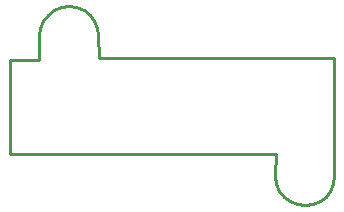
<source format=gko>
G04 Layer: BoardOutlineLayer*
G04 EasyEDA v6.5.5, 2022-05-25 14:08:27*
G04 bdaad3862ddb4c9e9b702b0e38ea9031,060f7e9f23714b1eab8022e2d1795e97,10*
G04 Gerber Generator version 0.2*
G04 Scale: 100 percent, Rotated: No, Reflected: No *
G04 Dimensions in millimeters *
G04 leading zeros omitted , absolute positions ,4 integer and 5 decimal *
%FSLAX45Y45*%
%MOMM*%

%ADD10C,0.2540*%
D10*
X2755900Y254000D02*
G01*
X2750306Y185420D01*
X2725414Y125219D01*
X2685801Y73403D01*
X2633985Y33530D01*
X2573522Y8638D01*
X2509006Y0D01*
X2444241Y8638D01*
X2383792Y33530D01*
X2332222Y73403D01*
X2292350Y125219D01*
X2267458Y185420D01*
X2258827Y250192D01*
X2755900Y1244600D02*
G01*
X2755894Y250192D01*
X767196Y1244600D02*
G01*
X2755900Y1244600D01*
X2169922Y431800D02*
G01*
X2260600Y431800D01*
X2258827Y250192D01*
X2169922Y431800D02*
G01*
X9652Y431800D01*
X9652Y1231900D01*
X259587Y1231900D01*
X259587Y1438910D01*
X268223Y1503679D01*
X293115Y1563878D01*
X332994Y1615694D01*
X384810Y1655571D01*
X445007Y1680463D01*
X509778Y1689100D01*
X574294Y1680463D01*
X634745Y1655571D01*
X686562Y1615694D01*
X726186Y1563878D01*
X751078Y1503679D01*
X759713Y1438910D01*
X762000Y1244600D01*

%LPD*%
M02*

</source>
